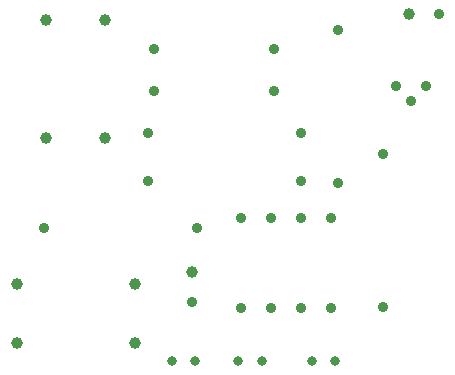
<source format=gbr>
G04 Generated by Ultiboard 14.1 *
%FSLAX33Y33*%
%MOMM*%

%ADD10C,0.001*%
%ADD11C,1.000*%
%ADD12C,0.995*%
%ADD13C,0.889*%
%ADD14C,0.800*%
%ADD15C,0.900*%


G04 ColorRGB 000000 for the following layer *
%LNDrill-Copper Top-Copper Bottom*%
%LPD*%
G54D11*
X33100Y48220D03*
X33100Y43220D03*
X43100Y48220D03*
X43100Y43220D03*
X35600Y60532D03*
X40600Y60532D03*
X35600Y70532D03*
X40600Y70532D03*
G54D12*
X66279Y71019D03*
X47975Y49179D03*
G54D13*
X68819Y71019D03*
X47975Y46639D03*
X52114Y53810D03*
X54654Y46190D03*
X59734Y46190D03*
X57194Y46190D03*
X59734Y53810D03*
X54654Y53810D03*
X57194Y53810D03*
X52114Y46190D03*
X67766Y64936D03*
X66496Y63666D03*
X65226Y64936D03*
G54D14*
X48228Y41656D03*
X46228Y41656D03*
X51864Y41650D03*
X53864Y41650D03*
X58083Y41650D03*
X60083Y41650D03*
G54D15*
X57196Y60960D03*
X44196Y60960D03*
X57196Y56896D03*
X44196Y56896D03*
X35368Y52907D03*
X48368Y52907D03*
X64111Y46246D03*
X64111Y59246D03*
X60292Y56727D03*
X60292Y69727D03*
X44704Y68072D03*
X54864Y68072D03*
X44704Y64516D03*
X54864Y64516D03*

M02*

</source>
